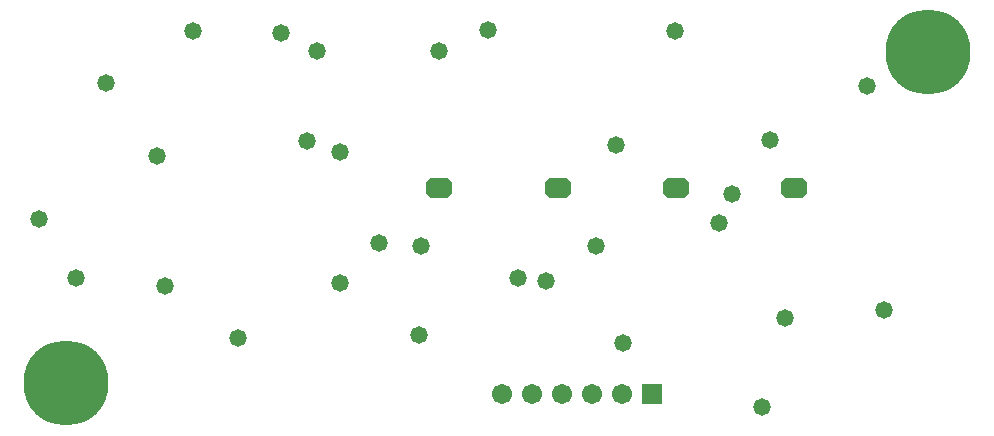
<source format=gbs>
%FSLAX25Y25*%
%MOIN*%
G70*
G01*
G75*
G04 Layer_Color=16711935*
%ADD10R,0.05118X0.03937*%
%ADD11R,0.03937X0.05118*%
%ADD12R,0.04921X0.06299*%
%ADD13R,0.06299X0.04921*%
%ADD14R,0.04724X0.02559*%
%ADD15O,0.02362X0.09449*%
%ADD16R,0.02362X0.09449*%
%ADD17O,0.02362X0.08661*%
%ADD18R,0.02362X0.08661*%
%ADD19R,0.07284X0.04724*%
%ADD20O,0.15748X0.05906*%
%ADD21R,0.15748X0.05906*%
%ADD22O,0.15748X0.05906*%
%ADD23O,0.05906X0.15748*%
%ADD24R,0.05906X0.15748*%
%ADD25O,0.05906X0.15748*%
%ADD26C,0.01200*%
%ADD27C,0.03937*%
%ADD28C,0.01000*%
%ADD29C,0.02000*%
%ADD30C,0.03150*%
%ADD31C,0.00472*%
%ADD32C,0.27559*%
%ADD33C,0.05906*%
%ADD34R,0.05906X0.05906*%
G04:AMPARAMS|DCode=35|XSize=78.74mil|YSize=60mil|CornerRadius=0mil|HoleSize=0mil|Usage=FLASHONLY|Rotation=0.000|XOffset=0mil|YOffset=0mil|HoleType=Round|Shape=Octagon|*
%AMOCTAGOND35*
4,1,8,0.03937,-0.01500,0.03937,0.01500,0.02437,0.03000,-0.02437,0.03000,-0.03937,0.01500,-0.03937,-0.01500,-0.02437,-0.03000,0.02437,-0.03000,0.03937,-0.01500,0.0*
%
%ADD35OCTAGOND35*%

%ADD36C,0.05000*%
%ADD37C,0.00787*%
%ADD38C,0.00984*%
%ADD39C,0.00394*%
%ADD40R,0.05918X0.04737*%
%ADD41R,0.04737X0.05918*%
%ADD42R,0.05721X0.07099*%
%ADD43R,0.07099X0.05721*%
%ADD44R,0.05524X0.03359*%
%ADD45O,0.03162X0.10249*%
%ADD46R,0.03162X0.10249*%
%ADD47O,0.03162X0.09461*%
%ADD48R,0.03162X0.09461*%
%ADD49R,0.08083X0.05524*%
%ADD50O,0.16548X0.06706*%
%ADD51R,0.16548X0.06706*%
%ADD52O,0.16548X0.06706*%
%ADD53O,0.06706X0.16548*%
%ADD54R,0.06706X0.16548*%
%ADD55O,0.06706X0.16548*%
%ADD56C,0.28359*%
%ADD57C,0.06706*%
%ADD58R,0.06706X0.06706*%
G04:AMPARAMS|DCode=59|XSize=86.74mil|YSize=68mil|CornerRadius=0mil|HoleSize=0mil|Usage=FLASHONLY|Rotation=0.000|XOffset=0mil|YOffset=0mil|HoleType=Round|Shape=Octagon|*
%AMOCTAGOND59*
4,1,8,0.04337,-0.01700,0.04337,0.01700,0.02637,0.03400,-0.02637,0.03400,-0.04337,0.01700,-0.04337,-0.01700,-0.02637,-0.03400,0.02637,-0.03400,0.04337,-0.01700,0.0*
%
%ADD59OCTAGOND59*%

%ADD60C,0.05800*%
D56*
X301161Y298516D02*
D03*
X13759Y188279D02*
D03*
D57*
X159040Y184500D02*
D03*
X169040D02*
D03*
X179040D02*
D03*
X189040D02*
D03*
X199040D02*
D03*
D58*
X209040D02*
D03*
D59*
X256279Y253240D02*
D03*
X216909D02*
D03*
X177539D02*
D03*
X138169D02*
D03*
D60*
X94000Y269000D02*
D03*
X118000Y235000D02*
D03*
X44000Y264000D02*
D03*
X46737Y220663D02*
D03*
X248500Y269410D02*
D03*
X70940Y203300D02*
D03*
X199340Y201600D02*
D03*
X164340Y223200D02*
D03*
X173740Y222400D02*
D03*
X235540Y251400D02*
D03*
X131340Y204300D02*
D03*
X105040Y265300D02*
D03*
X190440Y234000D02*
D03*
X27140Y288400D02*
D03*
X4600Y243100D02*
D03*
X17100Y223300D02*
D03*
X104970Y221700D02*
D03*
X56100Y305700D02*
D03*
X85400Y304900D02*
D03*
X216600Y305500D02*
D03*
X253500Y210000D02*
D03*
X286300Y212500D02*
D03*
X245600Y180200D02*
D03*
X231400Y241600D02*
D03*
X280800Y287300D02*
D03*
X196900Y267700D02*
D03*
X154500Y306000D02*
D03*
X132000Y233900D02*
D03*
X138000Y299000D02*
D03*
X97500D02*
D03*
M02*

</source>
